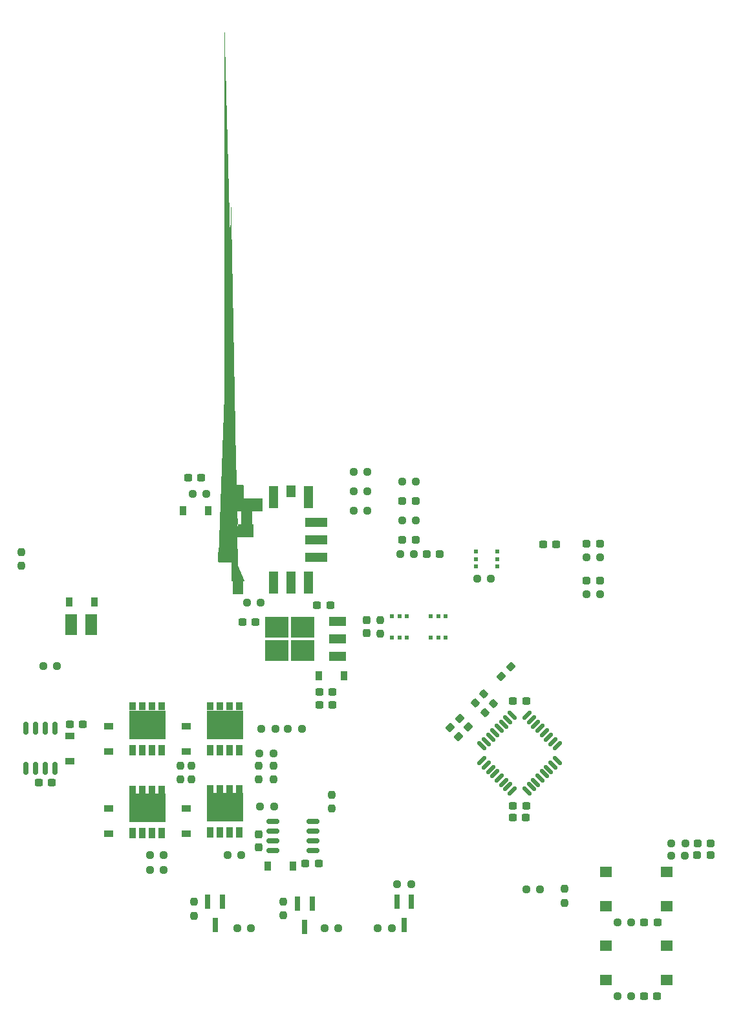
<source format=gbr>
%TF.GenerationSoftware,KiCad,Pcbnew,(6.0.7)*%
%TF.CreationDate,2023-06-24T17:20:50+09:00*%
%TF.ProjectId,motordriver,6d6f746f-7264-4726-9976-65722e6b6963,rev?*%
%TF.SameCoordinates,Original*%
%TF.FileFunction,Paste,Top*%
%TF.FilePolarity,Positive*%
%FSLAX46Y46*%
G04 Gerber Fmt 4.6, Leading zero omitted, Abs format (unit mm)*
G04 Created by KiCad (PCBNEW (6.0.7)) date 2023-06-24 17:20:50*
%MOMM*%
%LPD*%
G01*
G04 APERTURE LIST*
G04 Aperture macros list*
%AMRoundRect*
0 Rectangle with rounded corners*
0 $1 Rounding radius*
0 $2 $3 $4 $5 $6 $7 $8 $9 X,Y pos of 4 corners*
0 Add a 4 corners polygon primitive as box body*
4,1,4,$2,$3,$4,$5,$6,$7,$8,$9,$2,$3,0*
0 Add four circle primitives for the rounded corners*
1,1,$1+$1,$2,$3*
1,1,$1+$1,$4,$5*
1,1,$1+$1,$6,$7*
1,1,$1+$1,$8,$9*
0 Add four rect primitives between the rounded corners*
20,1,$1+$1,$2,$3,$4,$5,0*
20,1,$1+$1,$4,$5,$6,$7,0*
20,1,$1+$1,$6,$7,$8,$9,0*
20,1,$1+$1,$8,$9,$2,$3,0*%
%AMFreePoly0*
4,1,53,0.885000,-2.035000,0.700000,-2.035000,0.700000,-3.665000,0.695106,-3.680063,0.695106,-3.695902,0.685796,-3.708716,0.680902,-3.723779,0.668089,-3.733089,0.658779,-3.745902,0.643716,-3.750796,0.630902,-3.760106,0.615063,-3.760106,0.600000,-3.765000,-0.600000,-3.765000,-0.615063,-3.760106,-0.630902,-3.760106,-0.643716,-3.750796,-0.658779,-3.745902,-0.668089,-3.733089,-0.680902,-3.723779,
-0.685796,-3.708716,-0.695106,-3.695902,-0.695106,-3.680063,-0.700000,-3.665000,-0.700000,-2.035000,-0.885000,-2.035000,-0.885000,0.450000,-2.515000,0.450000,-2.530063,0.454894,-2.545902,0.454894,-2.558716,0.464204,-2.573779,0.469098,-2.583089,0.481911,-2.595902,0.491221,-2.600796,0.506284,-2.610106,0.519098,-2.610106,0.534937,-2.615000,0.550000,-2.615000,1.750000,-2.610106,1.765063,
-2.610106,1.780902,-2.600796,1.793716,-2.595902,1.808779,-2.583089,1.818089,-2.573779,1.830902,-2.558716,1.835796,-2.545902,1.845106,-2.530063,1.845106,-2.515000,1.850000,-0.885000,1.850000,-0.885000,2.035000,0.885000,2.035000,0.885000,-2.035000,0.885000,-2.035000,$1*%
%AMFreePoly1*
4,1,53,-0.534937,2.610106,-0.519098,2.610106,-0.506284,2.600796,-0.491221,2.595902,-0.481911,2.583089,-0.469098,2.573779,-0.464204,2.558716,-0.454894,2.545902,-0.454894,2.530063,-0.450000,2.515000,-0.450000,0.885000,0.450000,0.885000,0.450000,2.515000,0.454894,2.530063,0.454894,2.545902,0.464204,2.558716,0.469098,2.573779,0.481911,2.583089,0.491221,2.595902,0.506284,2.600796,
0.519098,2.610106,0.534937,2.610106,0.550000,2.615000,1.750000,2.615000,1.765063,2.610106,1.780902,2.610106,1.793716,2.600796,1.808779,2.595902,1.818089,2.583089,1.830902,2.573779,1.835796,2.558716,1.845106,2.545902,1.845106,2.530063,1.850000,2.515000,1.850000,0.885000,2.035000,0.885000,2.035000,-0.885000,-2.035000,-0.885000,-2.035000,0.885000,-1.850000,0.885000,
-1.850000,2.515000,-1.845106,2.530063,-1.845106,2.545902,-1.835796,2.558716,-1.830902,2.573779,-1.818089,2.583089,-1.808779,2.595902,-1.793716,2.600796,-1.780902,2.610106,-1.765063,2.610106,-1.750000,2.615000,-0.550000,2.615000,-0.534937,2.610106,-0.534937,2.610106,$1*%
%AMFreePoly2*
4,1,29,0.885000,1.850000,2.515000,1.850000,2.530063,1.845106,2.545902,1.845106,2.558716,1.835796,2.573779,1.830902,2.583089,1.818089,2.595902,1.808779,2.600796,1.793716,2.610106,1.780902,2.610106,1.765063,2.615000,1.750000,2.615000,0.550000,2.610106,0.534937,2.610106,0.519098,2.600796,0.506284,2.595902,0.491221,2.583089,0.481911,2.573779,0.469098,2.558716,0.464204,
2.545902,0.454894,2.530063,0.454894,2.515000,0.450000,0.885000,0.450000,0.885000,-2.035000,-0.885000,-2.035000,-0.885000,2.035000,0.885000,2.035000,0.885000,1.850000,0.885000,1.850000,$1*%
G04 Aperture macros list end*
%ADD10RoundRect,0.237500X-0.237500X0.300000X-0.237500X-0.300000X0.237500X-0.300000X0.237500X0.300000X0*%
%ADD11RoundRect,0.237500X0.237500X-0.250000X0.237500X0.250000X-0.237500X0.250000X-0.237500X-0.250000X0*%
%ADD12RoundRect,0.237500X-0.300000X-0.237500X0.300000X-0.237500X0.300000X0.237500X-0.300000X0.237500X0*%
%ADD13RoundRect,0.237500X-0.287500X-0.237500X0.287500X-0.237500X0.287500X0.237500X-0.287500X0.237500X0*%
%ADD14RoundRect,0.237500X-0.250000X-0.237500X0.250000X-0.237500X0.250000X0.237500X-0.250000X0.237500X0*%
%ADD15R,1.530000X2.720000*%
%ADD16R,0.620000X0.575000*%
%ADD17R,1.200000X0.900000*%
%ADD18R,0.900000X1.200000*%
%ADD19RoundRect,0.237500X0.044194X0.380070X-0.380070X-0.044194X-0.044194X-0.380070X0.380070X0.044194X0*%
%ADD20R,0.850000X1.450000*%
%ADD21R,0.850000X1.050000*%
%ADD22R,4.700000X3.750000*%
%ADD23R,1.600000X1.400000*%
%ADD24RoundRect,0.237500X0.250000X0.237500X-0.250000X0.237500X-0.250000X-0.237500X0.250000X-0.237500X0*%
%ADD25RoundRect,0.237500X0.300000X0.237500X-0.300000X0.237500X-0.300000X-0.237500X0.300000X-0.237500X0*%
%ADD26RoundRect,0.237500X0.344715X-0.008839X-0.008839X0.344715X-0.344715X0.008839X0.008839X-0.344715X0*%
%ADD27RoundRect,0.237500X0.237500X-0.300000X0.237500X0.300000X-0.237500X0.300000X-0.237500X-0.300000X0*%
%ADD28RoundRect,0.237500X0.287500X0.237500X-0.287500X0.237500X-0.287500X-0.237500X0.287500X-0.237500X0*%
%ADD29R,0.800000X1.900000*%
%ADD30RoundRect,0.237500X-0.044194X-0.380070X0.380070X0.044194X0.044194X0.380070X-0.380070X-0.044194X0*%
%ADD31RoundRect,0.237500X-0.237500X0.250000X-0.237500X-0.250000X0.237500X-0.250000X0.237500X0.250000X0*%
%ADD32R,1.200000X3.000000*%
%ADD33FreePoly0,0.000000*%
%ADD34FreePoly1,90.000000*%
%ADD35FreePoly2,90.000000*%
%ADD36R,3.000000X1.200000*%
%ADD37R,1.200000X1.500000*%
%ADD38RoundRect,0.150000X0.675000X0.150000X-0.675000X0.150000X-0.675000X-0.150000X0.675000X-0.150000X0*%
%ADD39RoundRect,0.150000X-0.150000X0.675000X-0.150000X-0.675000X0.150000X-0.675000X0.150000X0.675000X0*%
%ADD40R,0.575000X0.620000*%
%ADD41RoundRect,0.125000X-0.530330X0.353553X0.353553X-0.530330X0.530330X-0.353553X-0.353553X0.530330X0*%
%ADD42RoundRect,0.125000X-0.530330X-0.353553X-0.353553X-0.530330X0.530330X0.353553X0.353553X0.530330X0*%
%ADD43R,3.050000X2.750000*%
%ADD44R,2.200000X1.200000*%
G04 APERTURE END LIST*
D10*
%TO.C,C21*%
X66675000Y-102007500D03*
X66675000Y-103732500D03*
%TD*%
D11*
%TO.C,R42*%
X66675000Y-93067500D03*
X66675000Y-94892500D03*
%TD*%
D12*
%TO.C,C8*%
X41910000Y-87630000D03*
X43635000Y-87630000D03*
%TD*%
D13*
%TO.C,D2*%
X109615000Y-68834000D03*
X111365000Y-68834000D03*
%TD*%
D14*
%TO.C,R27*%
X54252500Y-106680000D03*
X52427500Y-106680000D03*
%TD*%
D15*
%TO.C,C6*%
X44776610Y-74639237D03*
X42094610Y-74639237D03*
%TD*%
D16*
%TO.C,U5*%
X91120000Y-73542000D03*
X90170000Y-73542000D03*
X89220000Y-73542000D03*
X89220000Y-76318000D03*
X90170000Y-76318000D03*
X91120000Y-76318000D03*
%TD*%
D17*
%TO.C,D9*%
X46990000Y-98680000D03*
X46990000Y-101980000D03*
%TD*%
D12*
%TO.C,C23*%
X74637153Y-85104507D03*
X76362153Y-85104507D03*
%TD*%
D18*
%TO.C,D3*%
X41826346Y-71658896D03*
X45126346Y-71658896D03*
%TD*%
D19*
%TO.C,C25*%
X99669880Y-80162120D03*
X98450120Y-81381880D03*
%TD*%
D14*
%TO.C,R22*%
X85170000Y-65405000D03*
X86995000Y-65405000D03*
%TD*%
D20*
%TO.C,U8*%
X50165000Y-101895000D03*
X51435000Y-101895000D03*
X52705000Y-101895000D03*
X53975000Y-101895000D03*
D21*
X53975000Y-96195000D03*
X52705000Y-96195000D03*
X51435000Y-96195000D03*
X50165000Y-96195000D03*
D22*
X52070000Y-98595000D03*
%TD*%
D14*
%TO.C,R53*%
X113641500Y-113538000D03*
X115466500Y-113538000D03*
%TD*%
D12*
%TO.C,C10*%
X37872499Y-95250000D03*
X39597499Y-95250000D03*
%TD*%
D23*
%TO.C,SW6*%
X120110000Y-116622000D03*
X112110000Y-116622000D03*
X112110000Y-121122000D03*
X120110000Y-121122000D03*
%TD*%
D16*
%TO.C,U9*%
X86040000Y-73542000D03*
X85090000Y-73542000D03*
X84140000Y-73542000D03*
X84140000Y-76318000D03*
X85090000Y-76318000D03*
X86040000Y-76318000D03*
%TD*%
D14*
%TO.C,R25*%
X84812500Y-108585000D03*
X86637500Y-108585000D03*
%TD*%
D12*
%TO.C,C9*%
X57434958Y-55398953D03*
X59159958Y-55398953D03*
%TD*%
D20*
%TO.C,U11*%
X60325000Y-91015000D03*
X61595000Y-91015000D03*
X62865000Y-91015000D03*
X64135000Y-91015000D03*
D21*
X64135000Y-85315000D03*
X62865000Y-85315000D03*
X61595000Y-85315000D03*
X60325000Y-85315000D03*
D22*
X62230000Y-87715000D03*
%TD*%
D24*
%TO.C,R15*%
X40282500Y-80010000D03*
X38457500Y-80010000D03*
%TD*%
D25*
%TO.C,C22*%
X76340377Y-83395547D03*
X74615377Y-83395547D03*
%TD*%
D26*
%TO.C,R50*%
X96296159Y-86123338D03*
X95005689Y-84832868D03*
%TD*%
D14*
%TO.C,R30*%
X52427500Y-104775000D03*
X54252500Y-104775000D03*
%TD*%
D27*
%TO.C,C19*%
X80827993Y-75732189D03*
X80827993Y-74007189D03*
%TD*%
D25*
%TO.C,C29*%
X101700500Y-84582000D03*
X99975500Y-84582000D03*
%TD*%
D11*
%TO.C,R21*%
X82550000Y-75842500D03*
X82550000Y-74017500D03*
%TD*%
D18*
%TO.C,D4*%
X56770000Y-59690000D03*
X60070000Y-59690000D03*
%TD*%
D28*
%TO.C,D16*%
X125837506Y-104790968D03*
X124087506Y-104790968D03*
%TD*%
D29*
%TO.C,Q5*%
X86675000Y-110895000D03*
X84775000Y-110895000D03*
X85725000Y-113895000D03*
%TD*%
D11*
%TO.C,R29*%
X56384306Y-94864203D03*
X56384306Y-93039203D03*
%TD*%
D24*
%TO.C,R45*%
X68704523Y-98443293D03*
X66879523Y-98443293D03*
%TD*%
D25*
%TO.C,C20*%
X76036933Y-72114105D03*
X74311933Y-72114105D03*
%TD*%
D30*
%TO.C,C28*%
X92862120Y-89255880D03*
X94081880Y-88036120D03*
%TD*%
D24*
%TO.C,R47*%
X68580000Y-91440000D03*
X66755000Y-91440000D03*
%TD*%
%TO.C,R18*%
X80922500Y-59690000D03*
X79097500Y-59690000D03*
%TD*%
%TO.C,R35*%
X77112500Y-114300000D03*
X75287500Y-114300000D03*
%TD*%
D20*
%TO.C,U12*%
X60325000Y-101810000D03*
X61595000Y-101810000D03*
X62865000Y-101810000D03*
X64135000Y-101810000D03*
D21*
X64135000Y-96110000D03*
X62865000Y-96110000D03*
X61595000Y-96110000D03*
X60325000Y-96110000D03*
D22*
X62230000Y-98510000D03*
%TD*%
D17*
%TO.C,D11*%
X57150000Y-87885000D03*
X57150000Y-91185000D03*
%TD*%
D18*
%TO.C,D13*%
X77850000Y-81280000D03*
X74550000Y-81280000D03*
%TD*%
D14*
%TO.C,R5*%
X109577500Y-70612000D03*
X111402500Y-70612000D03*
%TD*%
D24*
%TO.C,R48*%
X115466500Y-123190000D03*
X113641500Y-123190000D03*
%TD*%
D14*
%TO.C,R39*%
X85447500Y-60960000D03*
X87272500Y-60960000D03*
%TD*%
D30*
%TO.C,C26*%
X91744240Y-88087760D03*
X92964000Y-86868000D03*
%TD*%
D25*
%TO.C,C14*%
X105637500Y-64135000D03*
X103912500Y-64135000D03*
%TD*%
D14*
%TO.C,R12*%
X70485000Y-88265000D03*
X72310000Y-88265000D03*
%TD*%
D31*
%TO.C,R24*%
X69850000Y-110847500D03*
X69850000Y-112672500D03*
%TD*%
D14*
%TO.C,R13*%
X65127500Y-71755000D03*
X66952500Y-71755000D03*
%TD*%
D11*
%TO.C,R46*%
X76200000Y-98702500D03*
X76200000Y-96877500D03*
%TD*%
D31*
%TO.C,R23*%
X58172761Y-110879154D03*
X58172761Y-112704154D03*
%TD*%
D32*
%TO.C,MD1*%
X68580000Y-69100000D03*
D33*
X63995000Y-66935000D03*
D34*
X63995000Y-62355000D03*
D35*
X65145000Y-58915000D03*
D32*
X68580000Y-57900000D03*
X73160000Y-57900000D03*
D36*
X74180000Y-63500000D03*
X74180000Y-65790000D03*
D32*
X73160000Y-69100000D03*
X70870000Y-69100000D03*
D37*
X70870000Y-57150000D03*
D36*
X74180000Y-61210000D03*
%TD*%
D26*
%TO.C,R49*%
X97419235Y-84973235D03*
X96128765Y-83682765D03*
%TD*%
D29*
%TO.C,Q4*%
X73660000Y-111125000D03*
X71760000Y-111125000D03*
X72710000Y-114125000D03*
%TD*%
D28*
%TO.C,D15*%
X124123928Y-103204699D03*
X125873928Y-103204699D03*
%TD*%
D13*
%TO.C,D10*%
X85485000Y-63500000D03*
X87235000Y-63500000D03*
%TD*%
D17*
%TO.C,D5*%
X41910000Y-92454999D03*
X41910000Y-89154999D03*
%TD*%
D38*
%TO.C,U15*%
X73745000Y-104140000D03*
X73745000Y-102870000D03*
X73745000Y-101600000D03*
X73745000Y-100330000D03*
X68495000Y-100330000D03*
X68495000Y-101600000D03*
X68495000Y-102870000D03*
X68495000Y-104140000D03*
%TD*%
D39*
%TO.C,U4*%
X40005000Y-88180000D03*
X38735000Y-88180000D03*
X37465000Y-88180000D03*
X36195000Y-88180000D03*
X36195000Y-93430000D03*
X37465000Y-93430000D03*
X38735000Y-93430000D03*
X40005000Y-93430000D03*
%TD*%
D12*
%TO.C,C32*%
X99931040Y-99856988D03*
X101656040Y-99856988D03*
%TD*%
%TO.C,C34*%
X117147000Y-113538000D03*
X118872000Y-113538000D03*
%TD*%
D40*
%TO.C,U13*%
X95132000Y-65090000D03*
X95132000Y-66040000D03*
X95132000Y-66990000D03*
X97908000Y-66990000D03*
X97908000Y-66040000D03*
X97908000Y-65090000D03*
%TD*%
D24*
%TO.C,R16*%
X80922500Y-54610000D03*
X79097500Y-54610000D03*
%TD*%
D14*
%TO.C,R43*%
X62587500Y-104775000D03*
X64412500Y-104775000D03*
%TD*%
D17*
%TO.C,D12*%
X57150000Y-98680000D03*
X57150000Y-101980000D03*
%TD*%
D11*
%TO.C,R52*%
X106680000Y-110998000D03*
X106680000Y-109173000D03*
%TD*%
D41*
%TO.C,U17*%
X99865728Y-86507930D03*
X99300043Y-87073616D03*
X98734357Y-87639301D03*
X98168672Y-88204986D03*
X97602986Y-88770672D03*
X97037301Y-89336357D03*
X96471616Y-89902043D03*
X95905930Y-90467728D03*
D42*
X95905930Y-92412272D03*
X96471616Y-92977957D03*
X97037301Y-93543643D03*
X97602986Y-94109328D03*
X98168672Y-94675014D03*
X98734357Y-95240699D03*
X99300043Y-95806384D03*
X99865728Y-96372070D03*
D41*
X101810272Y-96372070D03*
X102375957Y-95806384D03*
X102941643Y-95240699D03*
X103507328Y-94675014D03*
X104073014Y-94109328D03*
X104638699Y-93543643D03*
X105204384Y-92977957D03*
X105770070Y-92412272D03*
D42*
X105770070Y-90467728D03*
X105204384Y-89902043D03*
X104638699Y-89336357D03*
X104073014Y-88770672D03*
X103507328Y-88204986D03*
X102941643Y-87639301D03*
X102375957Y-87073616D03*
X101810272Y-86507930D03*
%TD*%
D14*
%TO.C,R17*%
X79097500Y-57150000D03*
X80922500Y-57150000D03*
%TD*%
D12*
%TO.C,C33*%
X64542500Y-74295000D03*
X66267500Y-74295000D03*
%TD*%
D43*
%TO.C,U14*%
X69040000Y-74930000D03*
X72390000Y-74930000D03*
X69040000Y-77980000D03*
X72390000Y-77980000D03*
D44*
X77015000Y-78735000D03*
X77015000Y-76455000D03*
X77015000Y-74175000D03*
%TD*%
D13*
%TO.C,D7*%
X85485000Y-58420000D03*
X87235000Y-58420000D03*
%TD*%
D24*
%TO.C,R36*%
X84097500Y-114300000D03*
X82272500Y-114300000D03*
%TD*%
D14*
%TO.C,R41*%
X95250000Y-68580000D03*
X97075000Y-68580000D03*
%TD*%
%TO.C,R32*%
X63857500Y-114300000D03*
X65682500Y-114300000D03*
%TD*%
D18*
%TO.C,D14*%
X67845456Y-106193174D03*
X71145456Y-106193174D03*
%TD*%
D29*
%TO.C,Q3*%
X61910000Y-110895000D03*
X60010000Y-110895000D03*
X60960000Y-113895000D03*
%TD*%
D20*
%TO.C,U7*%
X50165000Y-91015000D03*
X51435000Y-91015000D03*
X52705000Y-91015000D03*
X53975000Y-91015000D03*
D21*
X53975000Y-85315000D03*
X52705000Y-85315000D03*
X51435000Y-85315000D03*
X50165000Y-85315000D03*
D22*
X52070000Y-87715000D03*
%TD*%
D23*
%TO.C,SW8*%
X112110000Y-106970000D03*
X120110000Y-106970000D03*
X120110000Y-111470000D03*
X112110000Y-111470000D03*
%TD*%
D14*
%TO.C,R31*%
X85447500Y-55880000D03*
X87272500Y-55880000D03*
%TD*%
%TO.C,R11*%
X67032500Y-88265000D03*
X68857500Y-88265000D03*
%TD*%
D25*
%TO.C,C24*%
X74522500Y-105852269D03*
X72797500Y-105852269D03*
%TD*%
D14*
%TO.C,R20*%
X57993340Y-57535364D03*
X59818340Y-57535364D03*
%TD*%
D25*
%TO.C,C30*%
X101700500Y-98298000D03*
X99975500Y-98298000D03*
%TD*%
D28*
%TO.C,D6*%
X90410000Y-65405000D03*
X88660000Y-65405000D03*
%TD*%
D14*
%TO.C,R3*%
X109577500Y-65786000D03*
X111402500Y-65786000D03*
%TD*%
D11*
%TO.C,R44*%
X68580000Y-94892500D03*
X68580000Y-93067500D03*
%TD*%
%TO.C,R26*%
X57898187Y-93039203D03*
X57898187Y-94864203D03*
%TD*%
D13*
%TO.C,D1*%
X109615000Y-64008000D03*
X111365000Y-64008000D03*
%TD*%
D11*
%TO.C,R7*%
X35560000Y-66952500D03*
X35560000Y-65127500D03*
%TD*%
D14*
%TO.C,R51*%
X101703500Y-109220000D03*
X103528500Y-109220000D03*
%TD*%
D17*
%TO.C,D8*%
X46990000Y-87885000D03*
X46990000Y-91185000D03*
%TD*%
D24*
%TO.C,R55*%
X122470331Y-104819985D03*
X120645331Y-104819985D03*
%TD*%
D12*
%TO.C,C27*%
X117094000Y-123190000D03*
X118819000Y-123190000D03*
%TD*%
D24*
%TO.C,R54*%
X122519196Y-103193375D03*
X120694196Y-103193375D03*
%TD*%
M02*

</source>
